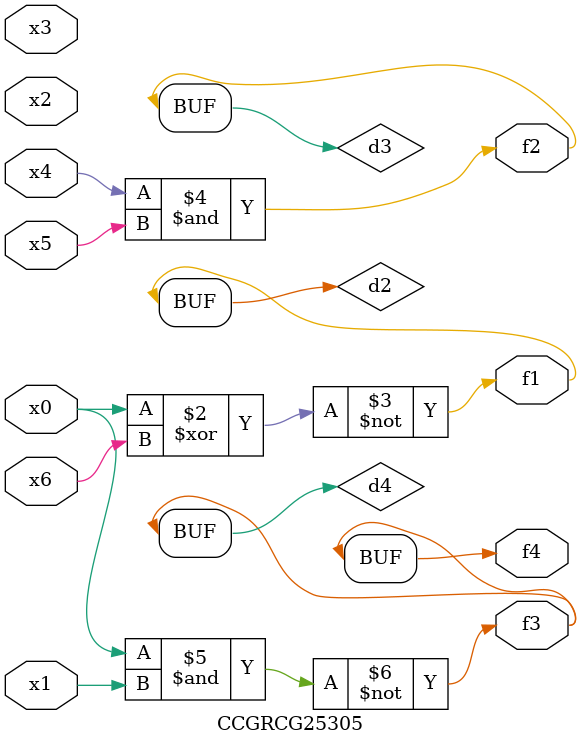
<source format=v>
module CCGRCG25305(
	input x0, x1, x2, x3, x4, x5, x6,
	output f1, f2, f3, f4
);

	wire d1, d2, d3, d4;

	nor (d1, x0);
	xnor (d2, x0, x6);
	and (d3, x4, x5);
	nand (d4, x0, x1);
	assign f1 = d2;
	assign f2 = d3;
	assign f3 = d4;
	assign f4 = d4;
endmodule

</source>
